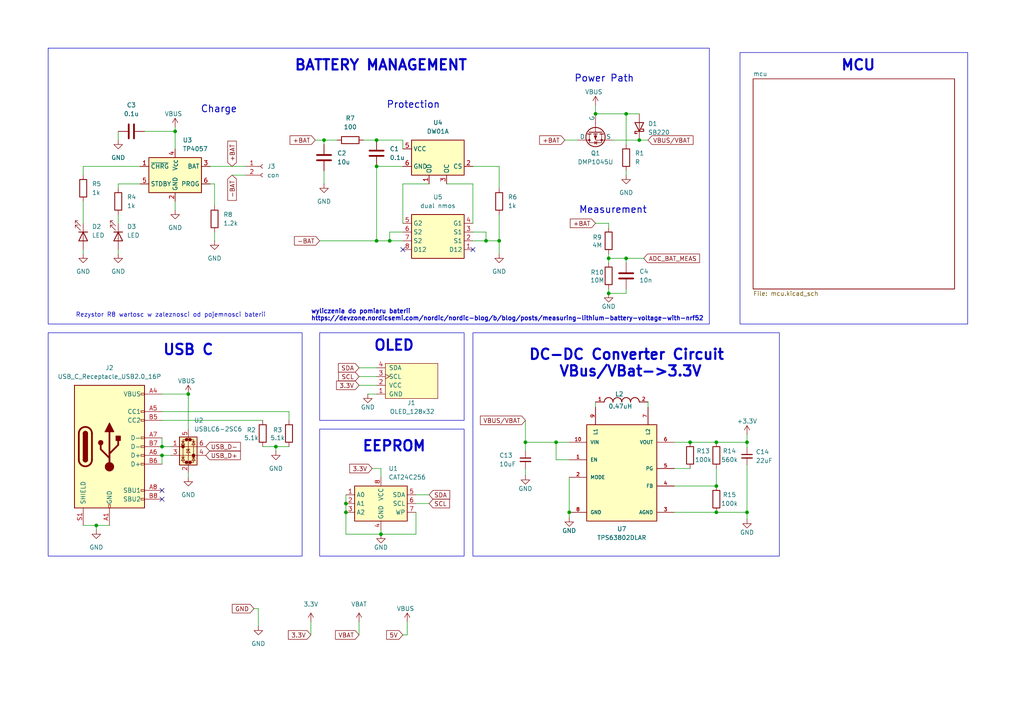
<source format=kicad_sch>
(kicad_sch (version 20231120) (generator "eeschema") (generator_version "8.0")
  (paper "A4")
  (lib_symbols
    (symbol "+3.3V_1" (power) (pin_names (offset 0))
      (property "Value" "+3.3V_1" (at 0 3.556 0))
      (symbol "+3.3V_1_0_1"
        (polyline (pts (xy -0.762 1.27) (xy 0 2.54)))
        (polyline (pts (xy 0 0) (xy 0 2.54)))
        (polyline (pts (xy 0 2.54) (xy 0.762 1.27)))
      )
      (symbol "+3.3V_1_1_1"
        (pin power_in line (at 0 0 90) (length 0) hide (name "+3.3V") (number "1"))
      )
    )
    (symbol "Battery_Management:DW01A"
      (property "Reference" "U" (at -6.604 6.35 0))
      (property "Value" "DW01A" (at 4.318 6.604 0))
      (symbol "DW01A_0_1"
        (pin output line (at -2.54 -7.62 90) (length 2.54) (name "OD") (number "1"))
        (pin input line (at 10.16 -2.54 180) (length 2.54) (name "CS") (number "2"))
        (pin output line (at 2.54 -7.62 90) (length 2.54) (name "OC") (number "3"))
        (pin power_in line (at -10.16 2.54 0) (length 2.54) (name "VCC") (number "5"))
        (pin power_in line (at -10.16 -2.54 0) (length 2.54) (name "GND") (number "6"))
      )
      (symbol "DW01A_1_1"
        (rectangle (start -7.62 5.08) (end 7.62 -5.08) (stroke (width 0.254)) (fill (type background)))
        (pin no_connect line (at 10.16 2.54 180) (length 2.54) hide (name "TD") (number "4"))
      )
    )
    (symbol "Battery_Management:TP4057"
      (property "Reference" "U" (at -6.35 6.604 0))
      (property "Value" "TP4057" (at 1.524 6.604 0))
      (symbol "TP4057_0_1"
        (rectangle (start -7.62 5.08) (end 7.62 -5.08) (stroke (width 0.254)) (fill (type background)))
      )
      (symbol "TP4057_1_1"
        (pin open_collector line (at -10.16 2.54 0) (length 2.54) (name "~{CHRG}") (number "1"))
        (pin power_in line (at 0 -7.62 90) (length 2.54) (name "GND") (number "2"))
        (pin power_out line (at 10.16 2.54 180) (length 2.54) (name "BAT") (number "3"))
        (pin power_in line (at 0 7.62 270) (length 2.54) (name "V_{CC}") (number "4"))
        (pin open_collector line (at -10.16 -2.54 0) (length 2.54) (name "STDBY") (number "5"))
        (pin passive line (at 10.16 -2.54 180) (length 2.54) (name "PROG") (number "6"))
      )
    )
    (symbol "Connector:Conn_01x02_Socket" (pin_names (offset 1.016) hide)
      (property "Reference" "J" (at 0 2.54 0))
      (property "Value" "Conn_01x02_Socket" (at 0 -5.08 0))
      (symbol "Conn_01x02_Socket_1_1"
        (arc (start 0 -2.032) (mid -0.5058 -2.54) (end 0 -3.048) (stroke (width 0.1524)))
        (polyline (pts (xy -1.27 -2.54) (xy -0.508 -2.54)) (stroke (width 0.1524)))
        (polyline (pts (xy -1.27 0) (xy -0.508 0)) (stroke (width 0.1524)))
        (arc (start 0 0.508) (mid -0.5058 0) (end 0 -0.508) (stroke (width 0.1524)))
        (pin passive line (at -5.08 0 0) (length 3.81) (name "Pin_1") (number "1"))
        (pin passive line (at -5.08 -2.54 0) (length 3.81) (name "Pin_2") (number "2"))
      )
    )
    (symbol "Connector:USB_C_Receptacle_USB2.0_16P" (pin_names (offset 1.016))
      (property "Reference" "J" (at 0 22.225 0))
      (property "Value" "USB_C_Receptacle_USB2.0_16P" (at 0 19.685 0))
      (symbol "USB_C_Receptacle_USB2.0_16P_0_0"
        (rectangle (start -0.254 -17.78) (end 0.254 -16.764))
        (rectangle (start 10.16 -14.986) (end 9.144 -15.494))
        (rectangle (start 10.16 -12.446) (end 9.144 -12.954))
        (rectangle (start 10.16 -4.826) (end 9.144 -5.334))
        (rectangle (start 10.16 -2.286) (end 9.144 -2.794))
        (rectangle (start 10.16 0.254) (end 9.144 -0.254))
        (rectangle (start 10.16 2.794) (end 9.144 2.286))
        (rectangle (start 10.16 7.874) (end 9.144 7.366))
        (rectangle (start 10.16 10.414) (end 9.144 9.906))
        (rectangle (start 10.16 15.494) (end 9.144 14.986))
      )
      (symbol "USB_C_Receptacle_USB2.0_16P_0_1"
        (rectangle (start -10.16 17.78) (end 10.16 -17.78) (stroke (width 0.254)) (fill (type background)))
        (arc (start -8.89 -3.81) (mid -6.985 -5.7067) (end -5.08 -3.81) (stroke (width 0.508)))
        (arc (start -7.62 -3.81) (mid -6.985 -4.4423) (end -6.35 -3.81) (stroke (width 0.254)))
        (arc (start -7.62 -3.81) (mid -6.985 -4.4423) (end -6.35 -3.81) (stroke (width 0.254)) (fill (type outline)))
        (rectangle (start -7.62 -3.81) (end -6.35 3.81) (stroke (width 0.254)) (fill (type outline)))
        (arc (start -6.35 3.81) (mid -6.985 4.4423) (end -7.62 3.81) (stroke (width 0.254)))
        (arc (start -6.35 3.81) (mid -6.985 4.4423) (end -7.62 3.81) (stroke (width 0.254)) (fill (type outline)))
        (arc (start -5.08 3.81) (mid -6.985 5.7067) (end -8.89 3.81) (stroke (width 0.508)))
        (circle (center -2.54 1.143) (radius 0.635) (stroke (width 0.254)) (fill (type outline)))
        (circle (center 0 -5.842) (radius 1.27) (fill (type outline)))
        (polyline (pts (xy -8.89 -3.81) (xy -8.89 3.81)) (stroke (width 0.508)))
        (polyline (pts (xy -5.08 3.81) (xy -5.08 -3.81)) (stroke (width 0.508)))
        (polyline (pts (xy 0 -5.842) (xy 0 4.318)) (stroke (width 0.508)))
        (polyline (pts (xy 0 -3.302) (xy -2.54 -0.762) (xy -2.54 0.508)) (stroke (width 0.508)))
        (polyline (pts (xy 0 -2.032) (xy 2.54 0.508) (xy 2.54 1.778)) (stroke (width 0.508)))
        (polyline (pts (xy -1.27 4.318) (xy 0 6.858) (xy 1.27 4.318) (xy -1.27 4.318)) (stroke (width 0.254)) (fill (type outline)))
        (rectangle (start 1.905 1.778) (end 3.175 3.048) (stroke (width 0.254)) (fill (type outline)))
      )
      (symbol "USB_C_Receptacle_USB2.0_16P_1_1"
        (pin passive line (at 0 -22.86 90) (length 5.08) (name "GND") (number "A1"))
        (pin passive line (at 0 -22.86 90) (length 5.08) hide (name "GND") (number "A12"))
        (pin passive line (at 15.24 15.24 180) (length 5.08) (name "VBUS") (number "A4"))
        (pin bidirectional line (at 15.24 10.16 180) (length 5.08) (name "CC1") (number "A5"))
        (pin bidirectional line (at 15.24 -2.54 180) (length 5.08) (name "D+") (number "A6"))
        (pin bidirectional line (at 15.24 2.54 180) (length 5.08) (name "D-") (number "A7"))
        (pin bidirectional line (at 15.24 -12.7 180) (length 5.08) (name "SBU1") (number "A8"))
        (pin passive line (at 15.24 15.24 180) (length 5.08) hide (name "VBUS") (number "A9"))
        (pin passive line (at 0 -22.86 90) (length 5.08) hide (name "GND") (number "B1"))
        (pin passive line (at 0 -22.86 90) (length 5.08) hide (name "GND") (number "B12"))
        (pin passive line (at 15.24 15.24 180) (length 5.08) hide (name "VBUS") (number "B4"))
        (pin bidirectional line (at 15.24 7.62 180) (length 5.08) (name "CC2") (number "B5"))
        (pin bidirectional line (at 15.24 -5.08 180) (length 5.08) (name "D+") (number "B6"))
        (pin bidirectional line (at 15.24 0 180) (length 5.08) (name "D-") (number "B7"))
        (pin bidirectional line (at 15.24 -15.24 180) (length 5.08) (name "SBU2") (number "B8"))
        (pin passive line (at 15.24 15.24 180) (length 5.08) hide (name "VBUS") (number "B9"))
        (pin passive line (at -7.62 -22.86 90) (length 5.08) (name "SHIELD") (number "S1"))
      )
    )
    (symbol "DFE201612E-2R2M_P2:DFE201612E-2R2M=P2" (pin_names (offset 1.016))
      (property "Reference" "L" (at -7.62 5.08 0))
      (property "Value" "DFE201612E-2R2M=P2" (at -7.62 2.54 0))
      (symbol "DFE201612E-2R2M=P2_0_0"
        (arc (start -2.54 0) (mid -3.81 1.2645) (end -5.08 0) (stroke (width 0.254)))
        (arc (start 0 0) (mid -1.27 1.2645) (end -2.54 0) (stroke (width 0.254)))
        (arc (start 2.54 0) (mid 1.27 1.2645) (end 0 0) (stroke (width 0.254)))
        (arc (start 5.08 0) (mid 3.81 1.2645) (end 2.54 0) (stroke (width 0.254)))
        (pin passive line (at -7.62 0 0) (length 2.54) (name "~") (number "1"))
        (pin passive line (at 7.62 0 180) (length 2.54) (name "~") (number "2"))
      )
    )
    (symbol "Device:C" (pin_numbers hide) (pin_names (offset 0.254))
      (property "Reference" "C" (at 0.635 2.54 0))
      (property "Value" "C" (at 0.635 -2.54 0))
      (symbol "C_0_1"
        (polyline (pts (xy -2.032 -0.762) (xy 2.032 -0.762)) (stroke (width 0.508)))
        (polyline (pts (xy -2.032 0.762) (xy 2.032 0.762)) (stroke (width 0.508)))
      )
      (symbol "C_1_1"
        (pin passive line (at 0 3.81 270) (length 2.794) (name "~") (number "1"))
        (pin passive line (at 0 -3.81 90) (length 2.794) (name "~") (number "2"))
      )
    )
    (symbol "Device:C_Small" (pin_numbers hide) (pin_names (offset 0.254) hide)
      (property "Reference" "C" (at 0.254 1.778 0))
      (property "Value" "C_Small" (at 0.254 -2.032 0))
      (symbol "C_Small_0_1"
        (polyline (pts (xy -1.524 -0.508) (xy 1.524 -0.508)) (stroke (width 0.3302)))
        (polyline (pts (xy -1.524 0.508) (xy 1.524 0.508)) (stroke (width 0.3048)))
      )
      (symbol "C_Small_1_1"
        (pin passive line (at 0 2.54 270) (length 2.032) (name "~") (number "1"))
        (pin passive line (at 0 -2.54 90) (length 2.032) (name "~") (number "2"))
      )
    )
    (symbol "Device:LED" (pin_numbers hide) (pin_names (offset 1.016) hide)
      (property "Reference" "D" (at 0 2.54 0))
      (property "Value" "LED" (at 0 -2.54 0))
      (symbol "LED_0_1"
        (polyline (pts (xy -1.27 -1.27) (xy -1.27 1.27)) (stroke (width 0.254)))
        (polyline (pts (xy -1.27 0) (xy 1.27 0)))
        (polyline (pts (xy 1.27 -1.27) (xy 1.27 1.27) (xy -1.27 0) (xy 1.27 -1.27)) (stroke (width 0.254)))
        (polyline (pts (xy -3.048 -0.762) (xy -4.572 -2.286) (xy -3.81 -2.286) (xy -4.572 -2.286) (xy -4.572 -1.524)))
        (polyline (pts (xy -1.778 -0.762) (xy -3.302 -2.286) (xy -2.54 -2.286) (xy -3.302 -2.286) (xy -3.302 -1.524)))
      )
      (symbol "LED_1_1"
        (pin passive line (at -3.81 0 0) (length 2.54) (name "K") (number "1"))
        (pin passive line (at 3.81 0 180) (length 2.54) (name "A") (number "2"))
      )
    )
    (symbol "Device:R" (pin_numbers hide) (pin_names (offset 0))
      (property "Reference" "R" (at 2.032 0 90))
      (property "Value" "R" (at 0 0 90))
      (symbol "R_0_1"
        (rectangle (start -1.016 -2.54) (end 1.016 2.54) (stroke (width 0.254)))
      )
      (symbol "R_1_1"
        (pin passive line (at 0 3.81 270) (length 1.27) (name "~") (number "1"))
        (pin passive line (at 0 -3.81 90) (length 1.27) (name "~") (number "2"))
      )
    )
    (symbol "Diode:SB160" (pin_numbers hide) (pin_names (offset 1.016) hide)
      (property "Reference" "D" (at 0 2.54 0))
      (property "Value" "SB160" (at 0 -2.54 0))
      (symbol "SB160_0_1"
        (polyline (pts (xy 1.27 0) (xy -1.27 0)))
        (polyline (pts (xy 1.27 1.27) (xy 1.27 -1.27) (xy -1.27 0) (xy 1.27 1.27)) (stroke (width 0.254)))
        (polyline (pts (xy -1.905 0.635) (xy -1.905 1.27) (xy -1.27 1.27) (xy -1.27 -1.27) (xy -0.635 -1.27) (xy -0.635 -0.635)) (stroke (width 0.254)))
      )
      (symbol "SB160_1_1"
        (pin passive line (at -3.81 0 0) (length 2.54) (name "K") (number "1"))
        (pin passive line (at 3.81 0 180) (length 2.54) (name "A") (number "2"))
      )
    )
    (symbol "KEYBOARD:OLED_128x32" (pin_names (offset 1.016))
      (property "Reference" "J" (at 0 -6.35 0))
      (property "Value" "OLED_128x32" (at 0 6.35 0))
      (symbol "OLED_128x32_0_1"
        (rectangle (start 0 5.08) (end 15.24 -5.08) (fill (type background)))
      )
      (symbol "OLED_128x32_1_1"
        (pin power_in line (at -2.54 -3.81 0) (length 2.54) (name "GND") (number "1"))
        (pin power_in line (at -2.54 -1.27 0) (length 2.54) (name "VCC") (number "2"))
        (pin input clock (at -2.54 1.27 0) (length 2.54) (name "SCL") (number "3"))
        (pin bidirectional line (at -2.54 3.81 0) (length 2.54) (name "SDA") (number "4"))
      )
    )
    (symbol "Memory_EEPROM:CAT24C256"
      (property "Reference" "U" (at -6.35 6.35 0))
      (property "Value" "CAT24C256" (at 1.27 6.35 0))
      (symbol "CAT24C256_1_1"
        (rectangle (start -7.62 5.08) (end 7.62 -5.08) (stroke (width 0.254)) (fill (type background)))
        (pin input line (at -10.16 2.54 0) (length 2.54) (name "A0") (number "1"))
        (pin input line (at -10.16 0 0) (length 2.54) (name "A1") (number "2"))
        (pin input line (at -10.16 -2.54 0) (length 2.54) (name "A2") (number "3"))
        (pin power_in line (at 0 -7.62 90) (length 2.54) (name "GND") (number "4"))
        (pin bidirectional line (at 10.16 2.54 180) (length 2.54) (name "SDA") (number "5"))
        (pin input line (at 10.16 0 180) (length 2.54) (name "SCL") (number "6"))
        (pin input line (at 10.16 -2.54 180) (length 2.54) (name "WP") (number "7"))
        (pin power_in line (at 0 7.62 270) (length 2.54) (name "VCC") (number "8"))
      )
    )
    (symbol "Memory_EEPROM:M24C01-FDW"
      (property "Reference" "U5" (at 2.1941 10.16 0))
      (property "Value" "M24C01-FDW" (at 2.1941 7.62 0))
      (symbol "M24C01-FDW_0_1"
        (rectangle (start -7.62 5.08) (end 7.62 -7.62) (stroke (width 0.254)) (fill (type background)))
      )
      (symbol "M24C01-FDW_1_1"
        (pin bidirectional line (at -10.16 2.54 0) (length 2.54) (name "D12") (number "1"))
        (pin bidirectional line (at -10.16 0 0) (length 2.54) (name "S1") (number "2"))
        (pin bidirectional line (at -10.16 -2.54 0) (length 2.54) (name "S1") (number "3"))
        (pin bidirectional line (at -10.16 -5.08 0) (length 2.54) (name "G1") (number "4"))
        (pin bidirectional line (at 10.16 -5.08 180) (length 2.54) (name "G2") (number "5"))
        (pin bidirectional line (at 10.16 -2.54 180) (length 2.54) (name "S2") (number "6"))
        (pin bidirectional line (at 10.16 0 180) (length 2.54) (name "S2") (number "7"))
        (pin power_in line (at 10.16 2.54 180) (length 2.54) (name "D12") (number "8"))
      )
    )
    (symbol "Power_Protection:USBLC6-2SC6" (pin_names hide)
      (property "Reference" "U" (at 0.635 5.715 0))
      (property "Value" "USBLC6-2SC6" (at 0.635 3.81 0))
      (symbol "USBLC6-2SC6_0_0"
        (circle (center -1.524 0) (radius 0.0001) (stroke (width 0.508)))
        (circle (center -0.508 -4.572) (radius 0.0001) (stroke (width 0.508)))
        (circle (center -0.508 2.032) (radius 0.0001) (stroke (width 0.508)))
        (circle (center 0.508 -4.572) (radius 0.0001) (stroke (width 0.508)))
        (circle (center 0.508 2.032) (radius 0.0001) (stroke (width 0.508)))
        (circle (center 1.524 -2.54) (radius 0.0001) (stroke (width 0.508)))
      )
      (symbol "USBLC6-2SC6_0_1"
        (polyline (pts (xy -2.54 -2.54) (xy 2.54 -2.54)))
        (polyline (pts (xy -2.54 0) (xy 2.54 0)))
        (polyline (pts (xy -2.032 -3.048) (xy -1.016 -3.048)))
        (polyline (pts (xy -1.016 1.524) (xy -2.032 1.524)))
        (polyline (pts (xy 1.016 -3.048) (xy 2.032 -3.048)))
        (polyline (pts (xy 1.016 1.524) (xy 2.032 1.524)))
        (polyline (pts (xy -0.508 -1.143) (xy -0.508 -0.762) (xy 0.508 -0.762)))
        (polyline (pts (xy -2.032 0.508) (xy -1.016 0.508) (xy -1.524 1.524) (xy -2.032 0.508)))
        (polyline (pts (xy -1.016 -4.064) (xy -2.032 -4.064) (xy -1.524 -3.048) (xy -1.016 -4.064)))
        (polyline (pts (xy 0.508 -1.778) (xy -0.508 -1.778) (xy 0 -0.762) (xy 0.508 -1.778)))
        (polyline (pts (xy 2.032 -4.064) (xy 1.016 -4.064) (xy 1.524 -3.048) (xy 2.032 -4.064)))
        (polyline (pts (xy 2.032 0.508) (xy 1.016 0.508) (xy 1.524 1.524) (xy 2.032 0.508)))
        (polyline (pts (xy 0 2.54) (xy -0.508 2.032) (xy 0.508 2.032) (xy 0 1.524) (xy 0 -4.064) (xy -0.508 -4.572) (xy 0.508 -4.572) (xy 0 -5.08)))
      )
      (symbol "USBLC6-2SC6_1_1"
        (rectangle (start -2.54 2.794) (end 2.54 -5.334) (stroke (width 0.254)) (fill (type background)))
        (polyline (pts (xy -0.508 2.032) (xy -1.524 2.032) (xy -1.524 -4.572) (xy -0.508 -4.572)))
        (polyline (pts (xy 0.508 -4.572) (xy 1.524 -4.572) (xy 1.524 2.032) (xy 0.508 2.032)))
        (pin passive line (at -5.08 0 0) (length 2.54) (name "I/O1") (number "1"))
        (pin passive line (at 0 -7.62 90) (length 2.54) (name "GND") (number "2"))
        (pin passive line (at -5.08 -2.54 0) (length 2.54) (name "I/O2") (number "3"))
        (pin passive line (at 5.08 -2.54 180) (length 2.54) (name "I/O2") (number "4"))
        (pin passive line (at 0 5.08 270) (length 2.54) (name "VBUS") (number "5"))
        (pin passive line (at 5.08 0 180) (length 2.54) (name "I/O1") (number "6"))
      )
    )
    (symbol "Project Symbols:TPS63802DLAR" (pin_names (offset 1.016))
      (property "Reference" "U" (at -10.16 13.97 0))
      (property "Value" "TPS63802DLAR" (at -7.62 -16.51 0))
      (symbol "TPS63802DLAR_0_0"
        (rectangle (start -10.16 12.7) (end 10.16 -15.24) (stroke (width 0.254)) (fill (type background)))
        (pin input line (at -15.24 2.54 0) (length 5.08) (name "EN") (number "1"))
        (pin input line (at -15.24 7.62 0) (length 5.08) (name "VIN") (number "10"))
        (pin input line (at -15.24 -2.54 0) (length 5.08) (name "MODE") (number "2"))
        (pin power_in line (at 15.24 -12.7 180) (length 5.08) (name "AGND") (number "3"))
        (pin input line (at 15.24 -5.08 180) (length 5.08) (name "FB") (number "4"))
        (pin output line (at 15.24 0 180) (length 5.08) (name "PG") (number "5"))
        (pin output line (at 15.24 7.62 180) (length 5.08) (name "VOUT") (number "6"))
        (pin passive line (at 7.62 17.78 270) (length 5.08) (name "L2") (number "7"))
        (pin power_in line (at -15.24 -12.7 0) (length 5.08) (name "GND") (number "8"))
      )
      (symbol "TPS63802DLAR_1_0"
        (pin passive line (at -7.62 17.78 270) (length 5.08) (name "L1") (number "9"))
      )
    )
    (symbol "Simulation_SPICE:PMOS" (pin_numbers hide) (pin_names (offset 0))
      (property "Reference" "Q" (at 5.08 1.27 0))
      (property "Value" "PMOS" (at 5.08 -1.27 0))
      (symbol "PMOS_0_1"
        (polyline (pts (xy 0.254 0) (xy -2.54 0)))
        (polyline (pts (xy 0.254 1.905) (xy 0.254 -1.905)) (stroke (width 0.254)))
        (polyline (pts (xy 0.762 -1.27) (xy 0.762 -2.286)) (stroke (width 0.254)))
        (polyline (pts (xy 0.762 0.508) (xy 0.762 -0.508)) (stroke (width 0.254)))
        (polyline (pts (xy 0.762 2.286) (xy 0.762 1.27)) (stroke (width 0.254)))
        (polyline (pts (xy 2.54 2.54) (xy 2.54 1.778)))
        (polyline (pts (xy 2.54 -2.54) (xy 2.54 0) (xy 0.762 0)))
        (polyline (pts (xy 0.762 1.778) (xy 3.302 1.778) (xy 3.302 -1.778) (xy 0.762 -1.778)))
        (polyline (pts (xy 2.286 0) (xy 1.27 0.381) (xy 1.27 -0.381) (xy 2.286 0)) (fill (type outline)))
        (polyline (pts (xy 2.794 -0.508) (xy 2.921 -0.381) (xy 3.683 -0.381) (xy 3.81 -0.254)))
        (polyline (pts (xy 3.302 -0.381) (xy 2.921 0.254) (xy 3.683 0.254) (xy 3.302 -0.381)))
        (circle (center 1.651 0) (radius 2.794) (stroke (width 0.254)))
        (circle (center 2.54 -1.778) (radius 0.254) (fill (type outline)))
        (circle (center 2.54 1.778) (radius 0.254) (fill (type outline)))
      )
      (symbol "PMOS_1_1"
        (pin passive line (at 2.54 5.08 270) (length 2.54) (name "D") (number "1"))
        (pin input line (at -5.08 0 0) (length 2.54) (name "G") (number "2"))
        (pin passive line (at 2.54 -5.08 90) (length 2.54) (name "S") (number "3"))
      )
    )
    (symbol "power:+BATT" (power) (pin_names (offset 0))
      (property "Value" "+BATT" (at 0 3.556 0))
      (symbol "+BATT_0_1"
        (polyline (pts (xy -0.762 1.27) (xy 0 2.54)))
        (polyline (pts (xy 0 0) (xy 0 2.54)))
        (polyline (pts (xy 0 2.54) (xy 0.762 1.27)))
      )
      (symbol "+BATT_1_1"
        (pin power_in line (at 0 0 90) (length 0) hide (name "+BATT") (number "1"))
      )
    )
    (symbol "power:GND" (power) (pin_numbers hide) (pin_names (offset 0) hide)
      (property "Value" "GND" (at 0 -3.81 0))
      (symbol "GND_0_1"
        (polyline (pts (xy 0 0) (xy 0 -1.27) (xy 1.27 -1.27) (xy 0 -2.54) (xy -1.27 -1.27) (xy 0 -1.27)))
      )
      (symbol "GND_1_1"
        (pin power_in line (at 0 0 270) (length 0) (name "~") (number "1"))
      )
    )
    (symbol "power:VCC" (power) (pin_numbers hide) (pin_names (offset 0) hide)
      (property "Value" "VCC" (at 0 3.556 0))
      (symbol "VCC_0_1"
        (polyline (pts (xy -0.762 1.27) (xy 0 2.54)))
        (polyline (pts (xy 0 0) (xy 0 2.54)))
        (polyline (pts (xy 0 2.54) (xy 0.762 1.27)))
      )
      (symbol "VCC_1_1"
        (pin power_in line (at 0 0 90) (length 0) (name "~") (number "1"))
      )
    )
  )
  (junction (at 109.22 69.85))
  (junction (at 207.772 148.59))
  (junction (at 80.01 129.54))
  (junction (at 176.53 74.93))
  (junction (at 93.98 40.64))
  (junction (at 144.78 69.85))
  (junction (at 46.99 129.54))
  (junction (at 185.42 40.64))
  (junction (at 216.662 128.27))
  (junction (at 176.53 85.09))
  (junction (at 207.772 140.97))
  (junction (at 181.61 74.93))
  (junction (at 200.152 128.27))
  (junction (at 165.1 148.59))
  (junction (at 46.99 132.08))
  (junction (at 109.22 40.64))
  (junction (at 50.8 38.1))
  (junction (at 54.61 114.3))
  (junction (at 161.29 128.27))
  (junction (at 100.33 148.59))
  (junction (at 152.4 128.27))
  (junction (at 172.72 33.02))
  (junction (at 207.772 128.27))
  (junction (at 181.61 33.02))
  (junction (at 140.97 69.85))
  (junction (at 216.662 148.59))
  (junction (at 113.03 69.85))
  (junction (at 100.33 146.05))
  (junction (at 110.49 154.94))
  (junction (at 27.94 152.4))
  (junction (at 109.22 48.26))
  (no_connect (at 46.99 142.24))
  (no_connect (at 46.99 144.78))
  (no_connect (at 116.84 72.39))
  (no_connect (at 137.16 72.39))
  (wire (pts (xy 62.23 67.31) (xy 62.23 69.85)))
  (wire (pts (xy 116.84 43.18) (xy 116.84 40.64)))
  (wire (pts (xy 216.662 148.59) (xy 216.662 150.622)))
  (wire (pts (xy 50.8 38.1) (xy 50.8 43.18)))
  (wire (pts (xy 100.33 143.51) (xy 100.33 146.05)))
  (wire (pts (xy 144.78 62.23) (xy 144.78 69.85)))
  (wire (pts (xy 181.61 49.53) (xy 181.61 50.8)))
  (wire (pts (xy 152.4 128.27) (xy 152.4 130.81)))
  (wire (pts (xy 181.61 33.02) (xy 181.61 41.91)))
  (wire (pts (xy 161.29 133.35) (xy 161.29 128.27)))
  (wire (pts (xy 34.29 53.34) (xy 34.29 54.61)))
  (wire (pts (xy 73.66 176.53) (xy 74.93 176.53)))
  (wire (pts (xy 93.98 49.53) (xy 93.98 53.34)))
  (wire (pts (xy 140.97 67.31) (xy 140.97 69.85)))
  (wire (pts (xy 113.03 67.31) (xy 116.84 67.31)))
  (wire (pts (xy 172.72 116.586) (xy 172.72 118.11)))
  (wire (pts (xy 172.72 30.48) (xy 172.72 33.02)))
  (wire (pts (xy 34.29 73.66) (xy 34.29 72.39)))
  (wire (pts (xy 137.16 53.34) (xy 129.54 53.34)))
  (wire (pts (xy 91.44 40.64) (xy 93.98 40.64)))
  (wire (pts (xy 195.58 148.59) (xy 207.772 148.59)))
  (wire (pts (xy 60.96 48.26) (xy 71.12 48.26)))
  (wire (pts (xy 137.16 69.85) (xy 140.97 69.85)))
  (wire (pts (xy 100.33 148.59) (xy 100.33 154.94)))
  (wire (pts (xy 152.4 121.92) (xy 152.4 128.27)))
  (wire (pts (xy 207.772 135.89) (xy 207.772 140.97)))
  (wire (pts (xy 176.53 85.09) (xy 176.53 83.82)))
  (wire (pts (xy 176.53 74.93) (xy 181.61 74.93)))
  (wire (pts (xy 165.1 148.59) (xy 165.1 150.114)))
  (wire (pts (xy 74.93 176.53) (xy 74.93 181.61)))
  (wire (pts (xy 177.8 40.64) (xy 185.42 40.64)))
  (wire (pts (xy 105.41 40.64) (xy 109.22 40.64)))
  (wire (pts (xy 104.14 111.76) (xy 109.22 111.76)))
  (wire (pts (xy 50.8 36.83) (xy 50.8 38.1)))
  (wire (pts (xy 54.61 124.46) (xy 54.61 114.3)))
  (wire (pts (xy 93.98 40.64) (xy 93.98 41.91)))
  (wire (pts (xy 120.65 146.05) (xy 124.46 146.05)))
  (wire (pts (xy 181.61 85.09) (xy 181.61 83.82)))
  (wire (pts (xy 195.58 140.97) (xy 207.772 140.97)))
  (wire (pts (xy 165.1 133.35) (xy 161.29 133.35)))
  (wire (pts (xy 137.16 67.31) (xy 140.97 67.31)))
  (wire (pts (xy 172.72 33.02) (xy 181.61 33.02)))
  (wire (pts (xy 195.58 135.89) (xy 200.152 135.89)))
  (wire (pts (xy 118.11 184.15) (xy 118.11 180.34)))
  (wire (pts (xy 104.14 109.22) (xy 109.22 109.22)))
  (wire (pts (xy 207.772 148.59) (xy 216.662 148.59)))
  (wire (pts (xy 176.53 66.04) (xy 176.53 64.77)))
  (wire (pts (xy 34.29 62.23) (xy 34.29 64.77)))
  (wire (pts (xy 176.53 85.09) (xy 181.61 85.09)))
  (wire (pts (xy 24.13 152.4) (xy 27.94 152.4)))
  (wire (pts (xy 116.84 40.64) (xy 109.22 40.64)))
  (wire (pts (xy 90.17 180.34) (xy 90.17 184.15)))
  (wire (pts (xy 24.13 73.66) (xy 24.13 72.39)))
  (wire (pts (xy 116.84 184.15) (xy 118.11 184.15)))
  (wire (pts (xy 67.31 50.8) (xy 71.12 50.8)))
  (wire (pts (xy 137.16 64.77) (xy 137.16 53.34)))
  (wire (pts (xy 100.33 146.05) (xy 100.33 148.59)))
  (wire (pts (xy 176.53 74.93) (xy 176.53 76.2)))
  (wire (pts (xy 216.662 125.984) (xy 216.662 128.27)))
  (wire (pts (xy 116.84 69.85) (xy 113.03 69.85)))
  (wire (pts (xy 24.13 48.26) (xy 24.13 50.8)))
  (wire (pts (xy 165.1 138.43) (xy 165.1 148.59)))
  (wire (pts (xy 109.22 48.26) (xy 116.84 48.26)))
  (wire (pts (xy 60.96 53.34) (xy 62.23 53.34)))
  (wire (pts (xy 46.99 119.38) (xy 83.82 119.38)))
  (wire (pts (xy 109.22 69.85) (xy 113.03 69.85)))
  (wire (pts (xy 54.61 114.3) (xy 46.99 114.3)))
  (wire (pts (xy 176.53 73.66) (xy 176.53 74.93)))
  (wire (pts (xy 187.96 116.586) (xy 187.96 118.11)))
  (wire (pts (xy 50.8 58.42) (xy 50.8 60.96)))
  (wire (pts (xy 54.61 138.43) (xy 54.61 137.16)))
  (wire (pts (xy 120.65 143.51) (xy 124.46 143.51)))
  (wire (pts (xy 144.78 69.85) (xy 144.78 73.66)))
  (wire (pts (xy 176.53 64.77) (xy 172.72 64.77)))
  (wire (pts (xy 46.99 129.54) (xy 49.53 129.54)))
  (wire (pts (xy 41.91 38.1) (xy 50.8 38.1)))
  (wire (pts (xy 97.79 40.64) (xy 93.98 40.64)))
  (wire (pts (xy 27.94 152.4) (xy 31.75 152.4)))
  (wire (pts (xy 110.49 153.67) (xy 110.49 154.94)))
  (wire (pts (xy 120.65 148.59) (xy 120.65 154.94)))
  (wire (pts (xy 144.78 48.26) (xy 137.16 48.26)))
  (wire (pts (xy 104.14 106.68) (xy 109.22 106.68)))
  (wire (pts (xy 195.58 128.27) (xy 200.152 128.27)))
  (wire (pts (xy 110.49 135.89) (xy 110.49 138.43)))
  (wire (pts (xy 207.772 128.27) (xy 216.662 128.27)))
  (wire (pts (xy 161.29 128.27) (xy 165.1 128.27)))
  (wire (pts (xy 140.97 69.85) (xy 144.78 69.85)))
  (wire (pts (xy 144.78 54.61) (xy 144.78 48.26)))
  (wire (pts (xy 34.29 38.1) (xy 34.29 40.64)))
  (wire (pts (xy 46.99 121.92) (xy 76.2 121.92)))
  (wire (pts (xy 46.99 132.08) (xy 49.53 132.08)))
  (wire (pts (xy 83.82 121.92) (xy 83.82 119.38)))
  (wire (pts (xy 106.68 114.3) (xy 109.22 114.3)))
  (wire (pts (xy 100.33 154.94) (xy 110.49 154.94)))
  (wire (pts (xy 181.61 76.2) (xy 181.61 74.93)))
  (wire (pts (xy 109.22 48.26) (xy 109.22 69.85)))
  (wire (pts (xy 163.83 40.64) (xy 167.64 40.64)))
  (wire (pts (xy 116.84 53.34) (xy 124.46 53.34)))
  (wire (pts (xy 116.84 64.77) (xy 116.84 53.34)))
  (wire (pts (xy 152.4 128.27) (xy 161.29 128.27)))
  (wire (pts (xy 80.01 129.54) (xy 80.01 130.81)))
  (wire (pts (xy 181.61 33.02) (xy 185.42 33.02)))
  (wire (pts (xy 76.2 129.54) (xy 80.01 129.54)))
  (wire (pts (xy 181.61 74.93) (xy 186.69 74.93)))
  (wire (pts (xy 40.64 53.34) (xy 34.29 53.34)))
  (wire (pts (xy 107.95 135.89) (xy 110.49 135.89)))
  (wire (pts (xy 62.23 53.34) (xy 62.23 59.69)))
  (wire (pts (xy 80.01 129.54) (xy 83.82 129.54)))
  (wire (pts (xy 216.662 128.27) (xy 216.662 129.794)))
  (wire (pts (xy 40.64 48.26) (xy 24.13 48.26)))
  (wire (pts (xy 120.65 154.94) (xy 110.49 154.94)))
  (wire (pts (xy 46.99 127) (xy 46.99 129.54)))
  (wire (pts (xy 46.99 132.08) (xy 46.99 134.62)))
  (wire (pts (xy 113.03 69.85) (xy 113.03 67.31)))
  (wire (pts (xy 92.71 69.85) (xy 109.22 69.85)))
  (wire (pts (xy 27.94 152.4) (xy 27.94 153.67)))
  (wire (pts (xy 152.4 135.89) (xy 152.4 137.922)))
  (wire (pts (xy 200.152 128.27) (xy 207.772 128.27)))
  (wire (pts (xy 104.14 180.34) (xy 104.14 184.15)))
  (wire (pts (xy 216.662 134.874) (xy 216.662 148.59)))
  (wire (pts (xy 185.42 40.64) (xy 187.96 40.64)))
  (wire (pts (xy 24.13 58.42) (xy 24.13 64.77)))
  (rectangle (start 13.97 96.52) (end 87.63 161.29))
  (rectangle (start 92.71 124.46) (end 134.62 161.29))
  (rectangle (start 13.97 13.97) (end 205.74 93.98))
  (rectangle (start 137.16 96.52) (end 226.06 161.29))
  (rectangle (start 214.63 15.24) (end 280.67 93.98))
  (rectangle (start 92.71 96.52) (end 134.62 121.92))
  (text "Power Path" (at 175.26 22.86 0) (effects (font (size 2 2) (thickness 0.254) (bold yes))))
  (text "Rezystor R8 wartosc w zaleznosci od pojemnosci baterii\n" (at 49.53 91.44 0) (effects (font (size 1.27 1.27))))
  (text "BATTERY MANAGEMENT" (at 110.49 19.05 0) (effects (font (size 3 3) (thickness 0.6) (bold yes))))
  (text "USB C" (at 54.61 101.6 0) (effects (font (size 3 3) (thickness 0.6) (bold yes))))
  (text "OLED" (at 114.3 100.33 0) (effects (font (size 3 3) (thickness 0.6) (bold yes))))
  (text "EEPROM" (at 114.3 129.54 0) (effects (font (size 3 3) (thickness 0.6) (bold yes))))
  (text "MCU" (at 248.92 19.05 0) (effects (font (size 3 3) (thickness 0.6) (bold yes))))
  (text "DC-DC Converter Circuit \nVBus/VBat->3.3V" (at 182.88 105.41 0) (effects (font (size 3 3) (thickness 0.6) (bold yes))))
  (text "Protection \n" (at 120.65 30.48 0) (effects (font (size 2 2) (thickness 0.254) (bold yes))))
  (text "wyliczenia do pomiaru baterii\nhttps://devzone.nordicsemi.com/nordic/nordic-blog/b/blog/posts/measuring-lithium-battery-voltage-with-nrf52" (at 90.17 91.44 0) (effects (font (size 1.27 1.27) (thickness 0.254) (bold yes)) (justify left)))
  (text "Measurement" (at 177.8 60.96 0) (effects (font (size 2 2) (thickness 0.254) (bold yes))))
  (text "Charge" (at 63.5 31.75 0) (effects (font (size 2 2) (thickness 0.254) (bold yes))))
  (global_label "VBUS{slash}VBAT" (shape input) (at 152.4 121.92 180) (property "Intersheetrefs" "${INTERSHEET_REFS}" (effects (hide yes))))
  (global_label "SDA" (shape input) (at 104.14 106.68 180) (property "Intersheetrefs" "${INTERSHEET_REFS}" (effects (hide yes))))
  (global_label "SCL" (shape input) (at 104.14 109.22 180) (property "Intersheetrefs" "${INTERSHEET_REFS}" (effects (hide yes))))
  (global_label "ADC_BAT_MEAS" (shape input) (at 186.69 74.93 0) (property "Intersheetrefs" "${INTERSHEET_REFS}" (effects (hide yes))))
  (global_label "3.3V" (shape input) (at 107.95 135.89 180) (property "Intersheetrefs" "${INTERSHEET_REFS}" (effects (hide yes))))
  (global_label "SDA" (shape input) (at 124.46 143.51 0) (property "Intersheetrefs" "${INTERSHEET_REFS}" (effects (hide yes))))
  (global_label "VBAT" (shape input) (at 104.14 184.15 180) (property "Intersheetrefs" "${INTERSHEET_REFS}" (effects (hide yes))))
  (global_label "+BAT" (shape input) (at 67.31 48.26 90) (property "Intersheetrefs" "${INTERSHEET_REFS}" (effects (hide yes))))
  (global_label "VBUS{slash}VBAT" (shape input) (at 187.96 40.64 0) (property "Intersheetrefs" "${INTERSHEET_REFS}" (effects (hide yes))))
  (global_label "+BAT" (shape input) (at 163.83 40.64 180) (property "Intersheetrefs" "${INTERSHEET_REFS}" (effects (hide yes))))
  (global_label "-BAT" (shape input) (at 67.31 50.8 270) (property "Intersheetrefs" "${INTERSHEET_REFS}" (effects (hide yes))))
  (global_label "3.3V" (shape input) (at 90.17 184.15 180) (property "Intersheetrefs" "${INTERSHEET_REFS}" (effects (hide yes))))
  (global_label "5V" (shape input) (at 116.84 184.15 180) (property "Intersheetrefs" "${INTERSHEET_REFS}" (effects (hide yes))))
  (global_label "SCL" (shape input) (at 124.46 146.05 0) (property "Intersheetrefs" "${INTERSHEET_REFS}" (effects (hide yes))))
  (global_label "GND" (shape input) (at 73.66 176.53 180) (property "Intersheetrefs" "${INTERSHEET_REFS}" (effects (hide yes))))
  (global_label "USB_D+" (shape input) (at 59.69 132.08 0) (property "Intersheetrefs" "${INTERSHEET_REFS}" (effects (hide yes))))
  (global_label "+BAT" (shape input) (at 91.44 40.64 180) (property "Intersheetrefs" "${INTERSHEET_REFS}" (effects (hide yes))))
  (global_label "3.3V" (shape input) (at 104.14 111.76 180) (property "Intersheetrefs" "${INTERSHEET_REFS}" (effects (hide yes))))
  (global_label "-BAT" (shape input) (at 92.71 69.85 180) (property "Intersheetrefs" "${INTERSHEET_REFS}" (effects (hide yes))))
  (global_label "USB_D-" (shape input) (at 59.69 129.54 0) (property "Intersheetrefs" "${INTERSHEET_REFS}" (effects (hide yes))))
  (global_label "+BAT" (shape input) (at 172.72 64.77 180) (property "Intersheetrefs" "${INTERSHEET_REFS}" (effects (hide yes))))
  (symbol (lib_id "Device:R") (at 34.29 58.42 180) (unit 1)
    (property "Reference" "R4" (at 36.83 57.1499 0) (effects (justify right)))
    (property "Value" "1k" (at 36.83 59.6899 0) (effects (justify right)))
    (property "Description" "Resistor" (effects (hide yes)))
  )
  (symbol (lib_id "Battery_Management:TP4057") (at 50.8 50.8 0) (unit 1)
    (property "Reference" "U3" (at 52.9941 40.64 0) (effects (justify left)))
    (property "Value" "TP4057" (at 52.9941 43.18 0) (effects (justify left)))
    (property "Footprint" "Package_TO_SOT_SMD:TSOT-23-6" (effects (hide yes)))
    (property "Datasheet" "http://toppwr.com/uploadfile/file/20230304/640302a47b738.pdf" (effects (hide yes)))
    (property "Description" "Constant-current/constant-voltage linear charger for single cell lithium-ion batteries with 2.9V Trickle Charge, 4.5V to 6.5V VDD, -40 to +85 degree Celsius, TSOT-23-6" (effects (hide yes)))
  )
  (symbol (lib_id "power:GND") (at 144.78 73.66 0) (unit 1)
    (property "Reference" "#PWR015" (effects (hide yes)))
    (property "Value" "GND" (at 144.78 78.74 0))
    (property "Description" "Power symbol creates a global label with name \"GND\" , ground" (effects (hide yes)))
  )
  (symbol (lib_id "power:+BATT") (at 50.8 36.83 0) (unit 1)
    (property "Reference" "#PWR018" (effects (hide yes)))
    (property "Value" "VBUS" (at 50.292 33.02 0))
  )
  (symbol (lib_id "power:GND") (at 50.8 60.96 0) (unit 1)
    (property "Reference" "#PWR012" (effects (hide yes)))
    (property "Value" "GND" (at 50.8 66.04 0))
    (property "Description" "Power symbol creates a global label with name \"GND\" , ground" (effects (hide yes)))
  )
  (symbol (lib_id "Memory_EEPROM:M24C01-FDW") (at 127 69.85 180) (unit 1)
    (property "Reference" "U5" (at 127 57.15 0))
    (property "Value" "dual nmos" (at 127 59.69 0))
    (property "Footprint" "Package_SO:TSSOP-8_4.4x3mm_P0.65mm" (effects (hide yes)))
    (property "Datasheet" "http://www.st.com/content/ccc/resource/technical/document/datasheet/b0/d8/50/40/5a/85/49/6f/DM00071904.pdf/files/DM00071904.pdf/jcr:content/translations/en.DM00071904.pdf" (effects (hide yes)))
    (property "Description" "dual nmos" (effects (hide yes)))
  )
  (symbol (lib_id "Device:C") (at 93.98 45.72 0) (unit 1)
    (property "Reference" "C2" (at 97.79 44.4499 0) (effects (justify left)))
    (property "Value" "10u" (at 97.79 46.9899 0) (effects (justify left)))
    (property "Description" "Unpolarized capacitor" (effects (hide yes)))
  )
  (symbol (lib_id "Memory_EEPROM:CAT24C256") (at 110.49 146.05 0) (unit 1)
    (property "Reference" "U1" (at 112.6841 135.89 0) (effects (justify left)))
    (property "Value" "CAT24C256" (at 112.6841 138.43 0) (effects (justify left)))
    (property "Datasheet" "https://www.onsemi.cn/PowerSolutions/document/CAT24C256-D.PDF" (effects (hide yes)))
    (property "Description" "256 kb CMOS Serial EEPROM, DIP-8/SOIC-8/TSSOP-8/DFN-8" (effects (hide yes)))
  )
  (symbol (lib_id "Battery_Management:DW01A") (at 127 45.72 0) (unit 1)
    (property "Reference" "U4" (at 127 35.56 0))
    (property "Value" "DW01A" (at 127 38.1 0))
    (property "Footprint" "Package_TO_SOT_SMD:SOT-23-6" (effects (hide yes)))
    (property "Datasheet" "https://hmsemi.com/downfile/DW01A.PDF" (effects (hide yes)))
    (property "Description" "Overcharge, overcurrent and overdischarge protection IC for single cell lithium-ion/polymer battery" (effects (hide yes)))
  )
  (symbol (lib_id "Device:C") (at 181.61 80.01 0) (unit 1)
    (property "Reference" "C4" (at 185.42 78.7399 0) (effects (justify left)))
    (property "Value" "10n" (at 185.42 81.2799 0) (effects (justify left)))
    (property "Description" "Unpolarized capacitor" (effects (hide yes)))
  )
  (symbol (lib_id "power:GND") (at 74.93 181.61 0) (unit 1)
    (property "Reference" "#PWR01" (effects (hide yes)))
    (property "Value" "GND" (at 74.93 186.69 0))
    (property "Description" "Power symbol creates a global label with name \"GND\" , ground" (effects (hide yes)))
  )
  (symbol (lib_id "Device:R") (at 200.152 132.08 0) (unit 1)
    (property "Reference" "R13" (at 203.962 130.81 0))
    (property "Value" "100k" (at 203.962 133.35 0))
    (property "Footprint" "Resistor_SMD:R_0603_1608Metric" (effects (hide yes)))
    (property "LCSC Part #" "C25803" (effects (hide yes)))
  )
  (symbol (lib_id "Device:R") (at 207.772 132.08 0) (unit 1)
    (property "Reference" "R14" (at 211.582 130.81 0))
    (property "Value" "560k" (at 211.582 133.35 0))
    (property "Footprint" "Resistor_SMD:R_0603_1608Metric" (effects (hide yes)))
    (property "LCSC Part #" "C101109" (effects (hide yes)))
  )
  (symbol (lib_id "power:GND") (at 34.29 73.66 0) (unit 1)
    (property "Reference" "#PWR011" (effects (hide yes)))
    (property "Value" "GND" (at 34.29 78.74 0))
    (property "Description" "Power symbol creates a global label with name \"GND\" , ground" (effects (hide yes)))
  )
  (symbol (lib_id "KEYBOARD:OLED_128x32") (at 111.76 110.49 0) (unit 1)
    (property "Reference" "J1" (at 118.11 116.84 0) (effects (justify left)))
    (property "Value" "OLED_128x32" (at 113.03 119.38 0) (effects (justify left)))
    (property "Footprint" "ScottoKeebs_Components:OLED_128x32" (effects (hide yes)))
  )
  (symbol (lib_id "Device:R") (at 83.82 125.73 0) (unit 1)
    (property "Reference" "R3" (at 80.518 124.714 0))
    (property "Value" "5.1k" (at 80.518 127 0))
    (property "Footprint" "Resistor_SMD:R_0603_1608Metric" (effects (hide yes)))
    (property "LCSC Part #" "C25803" (effects (hide yes)))
  )
  (symbol (lib_id "power:+BATT") (at 118.11 180.34 0) (unit 1)
    (property "Reference" "#PWR019" (effects (hide yes)))
    (property "Value" "VBUS" (at 117.602 176.53 0))
  )
  (symbol (lib_id "power:GND") (at 27.94 153.67 0) (unit 1)
    (property "Reference" "#PWR05" (effects (hide yes)))
    (property "Value" "GND" (at 27.94 158.75 0))
    (property "Description" "Power symbol creates a global label with name \"GND\" , ground" (effects (hide yes)))
  )
  (symbol (lib_id "power:GND") (at 181.61 50.8 0) (unit 1)
    (property "Reference" "#PWR020" (effects (hide yes)))
    (property "Value" "GND" (at 181.61 55.88 0))
    (property "Description" "Power symbol creates a global label with name \"GND\" , ground" (effects (hide yes)))
  )
  (symbol (lib_id "Diode:SB160") (at 185.42 36.83 90) (unit 1)
    (property "Reference" "D1" (at 187.96 35.8774 90) (effects (justify right)))
    (property "Value" "SB220" (at 187.96 38.4174 90) (effects (justify right)))
    (property "Footprint" "Diode_THT:D_DO-41_SOD81_P10.16mm_Horizontal" (effects (hide yes)))
    (property "Datasheet" "http://www.diodes.com/_files/datasheets/ds23022.pdf" (effects (hide yes)))
    (property "Description" "60V 1A Schottky Barrier Rectifier Diode, DO-41" (effects (hide yes)))
  )
  (symbol (lib_id "Device:C_Small") (at 216.662 132.334 0) (unit 1)
    (property "Reference" "C14" (at 219.202 131.064 0) (effects (justify left)))
    (property "Value" "22uF" (at 219.202 133.604 0) (effects (justify left)))
    (property "Footprint" "Capacitor_SMD:C_0603_1608Metric" (effects (hide yes)))
    (property "LCSC Part #" "C59461" (effects (hide yes)))
  )
  (symbol (lib_id "Connector:Conn_01x02_Socket") (at 76.2 48.26 0) (unit 1)
    (property "Reference" "J3" (at 77.47 48.2599 0) (effects (justify left)))
    (property "Value" "con" (at 77.47 50.7999 0) (effects (justify left)))
    (property "Footprint" "Connector_AMASS:AMASS_XT30UPB-F_1x02_P5.0mm_Vertical" (effects (hide yes)))
    (property "Description" "Generic connector, single row, 01x02, script generated" (effects (hide yes)))
  )
  (symbol (lib_id "Device:R") (at 181.61 45.72 180) (unit 1)
    (property "Reference" "R1" (at 184.15 44.4499 0) (effects (justify right)))
    (property "Value" "R" (at 184.15 46.9899 0) (effects (justify right)))
    (property "Description" "Resistor" (effects (hide yes)))
  )
  (symbol (lib_id "Device:R") (at 24.13 54.61 180) (unit 1)
    (property "Reference" "R5" (at 26.67 53.3399 0) (effects (justify right)))
    (property "Value" "1k" (at 26.67 55.8799 0) (effects (justify right)))
    (property "Description" "Resistor" (effects (hide yes)))
  )
  (symbol (lib_id "power:GND") (at 62.23 69.85 0) (unit 1)
    (property "Reference" "#PWR09" (effects (hide yes)))
    (property "Value" "GND" (at 62.23 74.93 0))
    (property "Description" "Power symbol creates a global label with name \"GND\" , ground" (effects (hide yes)))
  )
  (symbol (lib_id "Device:R") (at 144.78 58.42 0) (unit 1)
    (property "Reference" "R6" (at 147.32 57.1499 0) (effects (justify left)))
    (property "Value" "1k" (at 147.32 59.6899 0) (effects (justify left)))
    (property "Description" "Resistor" (effects (hide yes)))
  )
  (symbol (lib_id "Simulation_SPICE:PMOS") (at 172.72 38.1 90) (mirror x) (unit 1)
    (property "Reference" "Q1" (at 172.72 44.45 90))
    (property "Value" "DMP1045U" (at 172.72 46.99 90))
    (property "Datasheet" "https://ngspice.sourceforge.io/docs/ngspice-html-manual/manual.xhtml#cha_MOSFETs" (effects (hide yes)))
    (property "Description" "P-MOSFET transistor, drain/source/gate" (effects (hide yes)))
    (property "Sim.Device" "PMOS" (effects (hide yes)))
    (property "Sim.Type" "VDMOS" (effects (hide yes)))
    (property "Sim.Pins" "1=D 2=G 3=S" (effects (hide yes)))
  )
  (symbol (lib_id "power:GND") (at 152.4 137.922 0) (unit 1)
    (property "Reference" "#PWR032" (effects (hide yes)))
    (property "Value" "GND" (at 154.432 141.732 0) (effects (justify right)))
  )
  (symbol (lib_name "+3.3V_1") (lib_id "power:+3.3V") (at 216.662 125.984 0) (unit 1)
    (property "Reference" "#PWR034" (effects (hide yes)))
    (property "Value" "+3.3V" (at 216.662 122.174 0))
  )
  (symbol (lib_id "power:GND") (at 165.1 150.114 0) (unit 1)
    (property "Reference" "#PWR033" (effects (hide yes)))
    (property "Value" "GND" (at 167.132 153.924 0) (effects (justify right)))
  )
  (symbol (lib_id "power:VCC") (at 104.14 180.34 0) (unit 1)
    (property "Reference" "#PWR04" (effects (hide yes)))
    (property "Value" "VBAT" (at 104.14 175.26 0))
    (property "Description" "Power symbol creates a global label with name \"VCC\"" (effects (hide yes)))
  )
  (symbol (lib_id "power:GND") (at 216.662 150.622 0) (unit 1)
    (property "Reference" "#PWR035" (effects (hide yes)))
    (property "Value" "GND" (at 216.662 154.432 0))
  )
  (symbol (lib_id "power:+BATT") (at 172.72 30.48 0) (unit 1)
    (property "Reference" "#PWR016" (effects (hide yes)))
    (property "Value" "VBUS" (at 172.212 26.67 0))
  )
  (symbol (lib_id "power:GND") (at 110.49 154.94 0) (unit 1)
    (property "Reference" "#PWR021" (effects (hide yes)))
    (property "Value" "GND" (at 110.49 158.75 0))
    (property "Description" "Power symbol creates a global label with name \"GND\" , ground" (effects (hide yes)))
  )
  (symbol (lib_id "Project Symbols:TPS63802DLAR") (at 180.34 135.89 0) (unit 1)
    (property "Reference" "U7" (at 180.34 153.416 0))
    (property "Value" "TPS63802DLAR" (at 180.34 155.956 0))
    (property "Footprint" "DLA0010A:DLA0010A" (effects (hide yes)))
    (property "LCSC Part #" "C2845237" (effects (hide yes)))
  )
  (symbol (lib_id "Device:R") (at 176.53 69.85 0) (unit 1)
    (property "Reference" "R9" (at 173.228 68.834 0))
    (property "Value" "4M" (at 173.228 71.12 0))
    (property "Footprint" "Resistor_SMD:R_0603_1608Metric" (effects (hide yes)))
    (property "LCSC Part #" "C25803" (effects (hide yes)))
  )
  (symbol (lib_id "Device:LED") (at 34.29 68.58 270) (unit 1)
    (property "Reference" "D3" (at 36.83 65.7224 90) (effects (justify left)))
    (property "Value" "LED" (at 36.83 68.2624 90) (effects (justify left)))
    (property "Description" "Light emitting diode" (effects (hide yes)))
  )
  (symbol (lib_id "power:GND") (at 176.53 85.09 0) (unit 1)
    (property "Reference" "#PWR023" (effects (hide yes)))
    (property "Value" "GND" (at 176.53 88.9 0))
    (property "Description" "Power symbol creates a global label with name \"GND\" , ground" (effects (hide yes)))
  )
  (symbol (lib_id "Device:LED") (at 24.13 68.58 270) (unit 1)
    (property "Reference" "D2" (at 26.67 65.7224 90) (effects (justify left)))
    (property "Value" "LED" (at 26.67 68.2624 90) (effects (justify left)))
    (property "Description" "Light emitting diode" (effects (hide yes)))
  )
  (symbol (lib_id "DFE201612E-2R2M_P2:DFE201612E-2R2M=P2") (at 180.34 116.586 0) (unit 1)
    (property "Reference" "L2" (at 180.848 114.3 0) (effects (justify right)))
    (property "Value" "0.47uH" (at 183.388 117.856 0) (effects (justify right)))
    (property "Footprint" "Inductor_SMD:L_0603_1608Metric" (effects (hide yes)))
    (property "LCSC Part #" "C668312" (effects (hide yes)))
  )
  (symbol (lib_id "power:GND") (at 24.13 73.66 0) (unit 1)
    (property "Reference" "#PWR010" (effects (hide yes)))
    (property "Value" "GND" (at 24.13 78.74 0))
    (property "Description" "Power symbol creates a global label with name \"GND\" , ground" (effects (hide yes)))
  )
  (symbol (lib_id "power:GND") (at 34.29 40.64 0) (unit 1)
    (property "Reference" "#PWR017" (effects (hide yes)))
    (property "Value" "GND" (at 34.29 45.72 0))
    (property "Description" "Power symbol creates a global label with name \"GND\" , ground" (effects (hide yes)))
  )
  (symbol (lib_id "power:+BATT") (at 54.61 114.3 0) (unit 1)
    (property "Reference" "#PWR06" (effects (hide yes)))
    (property "Value" "VBUS" (at 54.102 110.49 0))
  )
  (symbol (lib_id "power:GND") (at 80.01 130.81 0) (unit 1)
    (property "Reference" "#PWR08" (effects (hide yes)))
    (property "Value" "GND" (at 80.01 135.89 0))
    (property "Description" "Power symbol creates a global label with name \"GND\" , ground" (effects (hide yes)))
  )
  (symbol (lib_id "Device:R") (at 62.23 63.5 180) (unit 1)
    (property "Reference" "R8" (at 64.77 62.2299 0) (effects (justify right)))
    (property "Value" "1.2k" (at 64.77 64.7699 0) (effects (justify right)))
    (property "Description" "Resistor" (effects (hide yes)))
  )
  (symbol (lib_id "power:GND") (at 54.61 138.43 0) (unit 1)
    (property "Reference" "#PWR07" (effects (hide yes)))
    (property "Value" "GND" (at 54.61 143.51 0))
    (property "Description" "Power symbol creates a global label with name \"GND\" , ground" (effects (hide yes)))
  )
  (symbol (lib_id "power:GND") (at 93.98 53.34 0) (unit 1)
    (property "Reference" "#PWR014" (effects (hide yes)))
    (property "Value" "GND" (at 93.98 58.42 0))
    (property "Description" "Power symbol creates a global label with name \"GND\" , ground" (effects (hide yes)))
  )
  (symbol (lib_id "Power_Protection:USBLC6-2SC6") (at 54.61 129.54 0) (unit 1)
    (property "Reference" "U2" (at 56.2611 121.92 0) (effects (justify left)))
    (property "Value" "USBLC6-2SC6" (at 56.2611 124.46 0) (effects (justify left)))
    (property "Footprint" "Package_TO_SOT_SMD:SOT-23-6" (effects (hide yes)))
    (property "Datasheet" "https://www.st.com/resource/en/datasheet/usblc6-2.pdf" (effects (hide yes)))
    (property "Description" "Very low capacitance ESD protection diode, 2 data-line, SOT-23-6" (effects (hide yes)))
  )
  (symbol (lib_id "Connector:USB_C_Receptacle_USB2.0_16P") (at 31.75 129.54 0) (unit 1)
    (property "Reference" "J2" (at 31.75 106.68 0))
    (property "Value" "USB_C_Receptacle_USB2.0_16P" (at 31.75 109.22 0))
    (property "Footprint" "Connector_USB:USB_C_Receptacle_GCT_USB4105-xx-A_16P_TopMnt_Horizontal" (effects (hide yes)))
    (property "Datasheet" "https://www.usb.org/sites/default/files/documents/usb_type-c.zip" (effects (hide yes)))
    (property "Description" "USB 2.0-only 16P Type-C Receptacle connector" (effects (hide yes)))
  )
  (symbol (lib_id "Device:C") (at 109.22 44.45 0) (unit 1)
    (property "Reference" "C1" (at 113.03 43.1799 0) (effects (justify left)))
    (property "Value" "0.1u" (at 113.03 45.7199 0) (effects (justify left)))
    (property "Description" "Unpolarized capacitor" (effects (hide yes)))
  )
  (symbol (lib_id "Device:R") (at 176.53 80.01 0) (unit 1)
    (property "Reference" "R10" (at 173.228 78.994 0))
    (property "Value" "10M" (at 173.228 81.28 0))
    (property "Footprint" "Resistor_SMD:R_0603_1608Metric" (effects (hide yes)))
    (property "LCSC Part #" "C25803" (effects (hide yes)))
  )
  (symbol (lib_id "power:GND") (at 106.68 114.3 0) (unit 1)
    (property "Reference" "#PWR022" (effects (hide yes)))
    (property "Value" "GND" (at 106.68 118.11 0))
    (property "Description" "Power symbol creates a global label with name \"GND\" , ground" (effects (hide yes)))
  )
  (symbol (lib_id "power:VCC") (at 90.17 180.34 0) (unit 1)
    (property "Reference" "#PWR03" (effects (hide yes)))
    (property "Value" "3.3V" (at 90.17 175.26 0))
    (property "Description" "Power symbol creates a global label with name \"VCC\"" (effects (hide yes)))
  )
  (symbol (lib_id "Device:R") (at 76.2 125.73 0) (unit 1)
    (property "Reference" "R2" (at 72.898 124.714 0))
    (property "Value" "5.1k" (at 72.898 127 0))
    (property "Footprint" "Resistor_SMD:R_0603_1608Metric" (effects (hide yes)))
    (property "LCSC Part #" "C25803" (effects (hide yes)))
  )
  (symbol (lib_id "Device:R") (at 207.772 144.78 0) (unit 1)
    (property "Reference" "R15" (at 211.582 143.51 0))
    (property "Value" "100k" (at 211.582 146.05 0))
    (property "Footprint" "Resistor_SMD:R_0603_1608Metric" (effects (hide yes)))
    (property "LCSC Part #" "C25803" (effects (hide yes)))
  )
  (symbol (lib_id "Device:R") (at 101.6 40.64 90) (unit 1)
    (property "Reference" "R7" (at 101.6 34.29 90))
    (property "Value" "100" (at 101.6 36.83 90))
    (property "Description" "Resistor" (effects (hide yes)))
  )
  (symbol (lib_id "Device:C") (at 38.1 38.1 90) (unit 1)
    (property "Reference" "C3" (at 38.1 30.48 90))
    (property "Value" "0.1u" (at 38.1 33.02 90))
    (property "Description" "Unpolarized capacitor" (effects (hide yes)))
  )
  (symbol (lib_id "Device:C_Small") (at 152.4 133.35 0) (unit 1)
    (property "Reference" "C13" (at 144.78 132.08 0) (effects (justify left)))
    (property "Value" "10uF" (at 144.78 134.62 0) (effects (justify left)))
    (property "Footprint" "Capacitor_SMD:C_0603_1608Metric" (effects (hide yes)))
    (property "LCSC Part #" "C19702" (effects (hide yes)))
  )
  (sheet (at 218.44 22.86) (size 58.42 60.96) (stroke (width 0.1524))
    (property "Sheetname" "mcu" (at 218.44 22.1484 0) (effects (justify left bottom)))
    (property "Sheetfile" "mcu.kicad_sch" (at 218.44 84.4046 0) (effects (justify left top)))
  )
)
</source>
